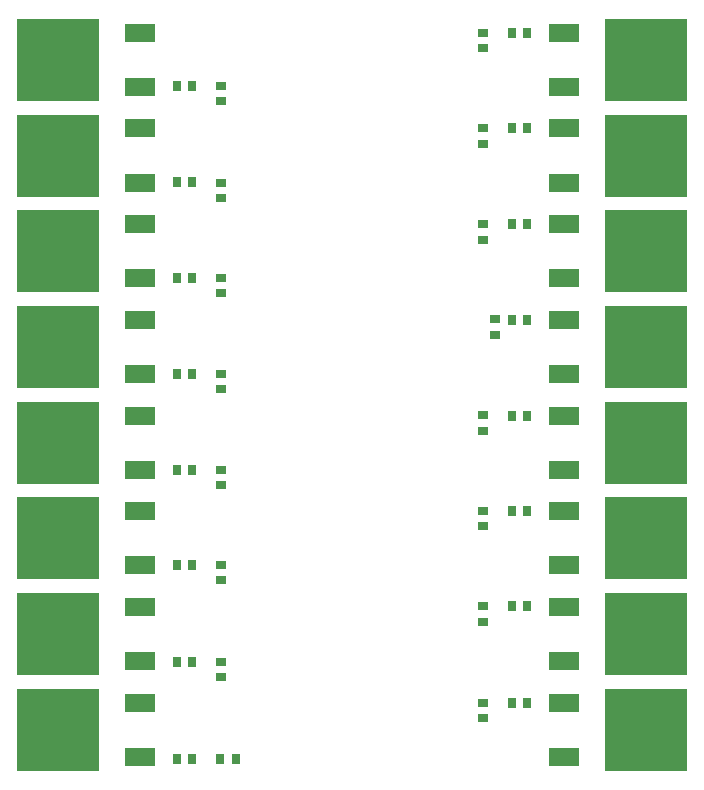
<source format=gtp>
G75*
%MOIN*%
%OFA0B0*%
%FSLAX24Y24*%
%IPPOS*%
%LPD*%
%AMOC8*
5,1,8,0,0,1.08239X$1,22.5*
%
%ADD10R,0.0984X0.0591*%
%ADD11R,0.2756X0.2756*%
%ADD12R,0.0276X0.0354*%
%ADD13R,0.0354X0.0276*%
D10*
X006572Y003567D03*
X006572Y005378D03*
X006572Y006764D03*
X006572Y008576D03*
X006572Y009952D03*
X006572Y011763D03*
X006572Y013138D03*
X006572Y014949D03*
X006572Y016326D03*
X006572Y018137D03*
X006572Y019520D03*
X006572Y021331D03*
X006572Y022712D03*
X006572Y024523D03*
X006572Y025902D03*
X006572Y027713D03*
X020732Y027713D03*
X020732Y025902D03*
X020732Y024523D03*
X020732Y022712D03*
X020732Y021331D03*
X020732Y019520D03*
X020732Y018137D03*
X020732Y016326D03*
X020732Y014949D03*
X020732Y013138D03*
X020732Y011763D03*
X020732Y009952D03*
X020732Y008576D03*
X020732Y006764D03*
X020732Y005378D03*
X020732Y003567D03*
D11*
X003855Y004473D03*
X003855Y007670D03*
X003855Y010857D03*
X003855Y014043D03*
X003855Y017232D03*
X003855Y020425D03*
X003855Y023617D03*
X003855Y026807D03*
X023448Y026807D03*
X023448Y023617D03*
X023448Y020425D03*
X023448Y017232D03*
X023448Y014043D03*
X023448Y010857D03*
X023448Y007670D03*
X023448Y004473D03*
D12*
X019490Y005378D03*
X018978Y005378D03*
X018978Y008588D03*
X019490Y008588D03*
X019490Y011768D03*
X018978Y011768D03*
X018978Y014948D03*
X019490Y014948D03*
X019490Y018138D03*
X018978Y018138D03*
X018978Y021328D03*
X019490Y021328D03*
X019490Y024518D03*
X018978Y024518D03*
X018978Y027708D03*
X019490Y027708D03*
X008330Y025918D03*
X007818Y025918D03*
X007818Y022718D03*
X008330Y022718D03*
X008330Y019518D03*
X007818Y019518D03*
X007818Y016328D03*
X008330Y016328D03*
X008330Y013138D03*
X007818Y013138D03*
X007818Y009978D03*
X008330Y009978D03*
X008330Y006748D03*
X007818Y006748D03*
X007818Y003508D03*
X008330Y003508D03*
X009268Y003498D03*
X009780Y003498D03*
D13*
X009294Y006232D03*
X009294Y006744D03*
X009294Y009462D03*
X009294Y009974D03*
X009294Y012622D03*
X009294Y013134D03*
X009294Y015822D03*
X009294Y016334D03*
X009294Y019022D03*
X009294Y019534D03*
X009294Y022202D03*
X009294Y022714D03*
X009294Y025422D03*
X009294Y025934D03*
X018034Y027202D03*
X018034Y027714D03*
X018034Y024524D03*
X018034Y024012D03*
X018034Y021324D03*
X018034Y020812D03*
X018424Y018154D03*
X018424Y017642D03*
X018034Y014954D03*
X018034Y014442D03*
X018034Y011764D03*
X018034Y011252D03*
X018034Y008594D03*
X018034Y008082D03*
X018034Y005374D03*
X018034Y004862D03*
M02*

</source>
